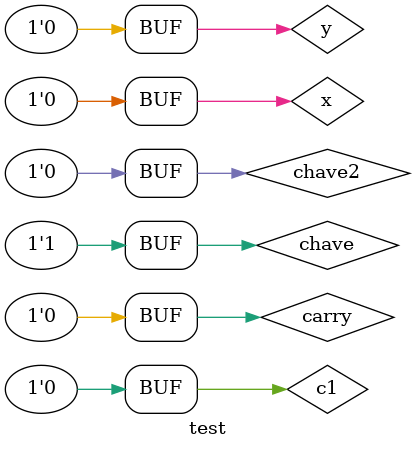
<source format=v>
module comparadorDiferenca (output s,
input a,
input b,
input carry);

wire temp1,temp2,temp3,temp4,temp5;

xnor xnor1 ( temp1,a,b );
xnor xnor2 ( temp2,a,carry );
xnor xnor3 ( temp3,b,carry );
and and1   ( temp4,temp2, temp1 );
and and2   ( temp5,temp4, temp3 );
not not1   ( s, temp5 );

endmodule // comparadorDiferenca

// comparador Igualdade
// -------------------------
module comparadorIgualdade (output s,
input a,
input b,
input carry);

wire temp1,temp2,temp3,temp4;

xnor xnor1 ( temp1,a,b );
xnor xnor2 ( temp2,a,carry );
xnor xnor3 ( temp3,b,carry );
and and1   ( temp4,temp2, temp1 );
and and2   ( s,temp4, temp3 );

endmodule // comparadorIgualdade

module test;
// ------------------------- definir dados
reg  x;
reg  y;
reg  carry;
reg chave;
wire resp,resp1;
wire chave2,c1,c2,saida;

comparadorDiferenca fa1 (resp,x,y,carry);
comparadorIgualdade fa2 (resp1,x,y,carry);
not not1 (chave2,chave);
and and1 (c1,chave2,resp);
and and2 (c2,chave,resp1);
or or1   (saida,c1,c2);


// ------------------------- parte principal
initial begin
$display("Exemplo0027 - TIAGO MATTA MACHADO ZAIDAN - 451620");
$display("Test ALUs COMPARADOR COM CHAVE");

x = 0; y = 1; carry = 0; chave = 0;
// projetar testes do modulo
$display("chave   a  b  carry  s  ");
#1 $monitor("%b       %b  %b     %b   %b",chave,x,y,carry,saida);

#1 x = 0; y = 1; carry = 0; chave = 1;
#1 x = 1; y = 1; carry = 0; chave = 0;
#1 x = 1; y = 1; carry = 0; chave = 1;
#1 x = 0; y = 0; carry = 0; chave = 0;
#1 x = 0; y = 0; carry = 0; chave = 1;
end
endmodule // test_comparadorDiferenca
</source>
